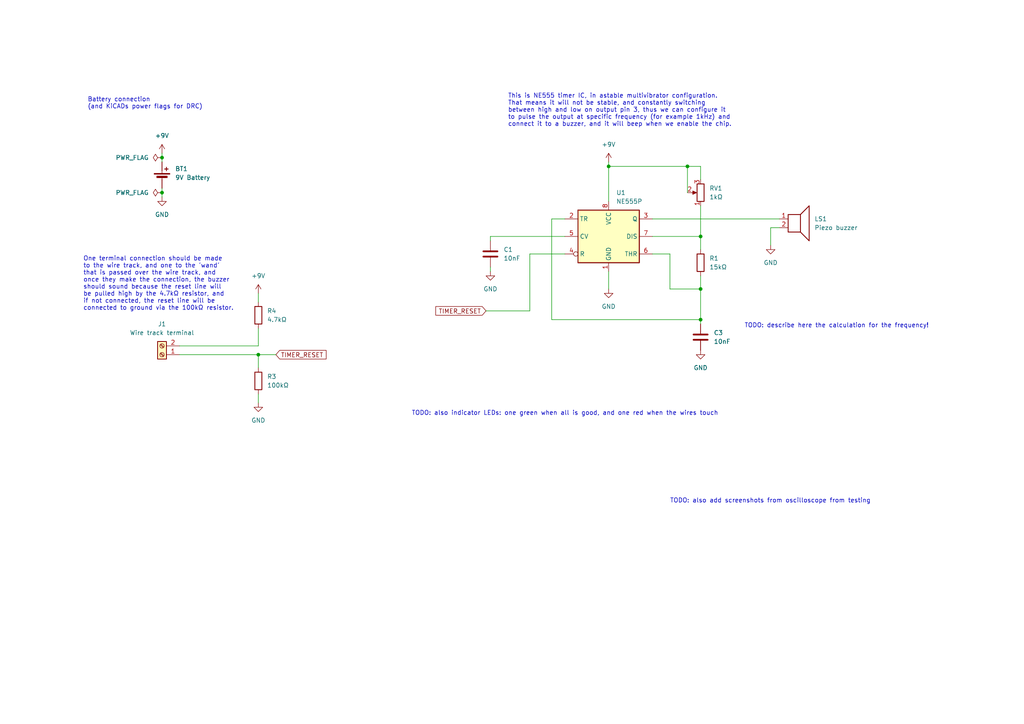
<source format=kicad_sch>
(kicad_sch (version 20230121) (generator eeschema)
  (paper "A4")
  (title_block (title "Buzz Wire Game") (date "2024-02-26") (rev "v1.0") (company "Aleksa Heler"))
  (lib_symbols
    (symbol "Connector:Screw_Terminal_01x02" (pin_names (offset 1.016) hide)
      (property "Reference" "J" (at 0 2.54 0))
      (property "Value" "Screw_Terminal_01x02" (at 0 -5.08 0))
      (symbol "Screw_Terminal_01x02_1_1"
        (rectangle (start -1.27 1.27) (end 1.27 -3.81) (stroke (width 0.254)) (fill (type background)))
        (circle (center 0 -2.54) (radius 0.635) (stroke (width 0.1524)))
        (polyline (pts (xy -0.5334 -2.2098) (xy 0.3302 -3.048)) (stroke (width 0.1524)))
        (polyline (pts (xy -0.5334 0.3302) (xy 0.3302 -0.508)) (stroke (width 0.1524)))
        (polyline (pts (xy -0.3556 -2.032) (xy 0.508 -2.8702)) (stroke (width 0.1524)))
        (polyline (pts (xy -0.3556 0.508) (xy 0.508 -0.3302)) (stroke (width 0.1524)))
        (circle (center 0 0) (radius 0.635) (stroke (width 0.1524)))
        (pin passive line (at -5.08 0 0) (length 3.81) (name "Pin_1") (number "1"))
        (pin passive line (at -5.08 -2.54 0) (length 3.81) (name "Pin_2") (number "2"))
      )
    )
    (symbol "Device:Battery_Cell" (pin_numbers hide) (pin_names (offset 0) hide)
      (property "Reference" "BT" (at 2.54 2.54 0))
      (property "Value" "Battery_Cell" (at 2.54 0 0))
      (symbol "Battery_Cell_0_1"
        (rectangle (start -2.286 1.778) (end 2.286 1.524) (fill (type outline)))
        (rectangle (start -1.524 1.016) (end 1.524 0.508) (fill (type outline)))
        (polyline (pts (xy 0 0.762) (xy 0 0)))
        (polyline (pts (xy 0 1.778) (xy 0 2.54)))
        (polyline (pts (xy 0.762 3.048) (xy 1.778 3.048)) (stroke (width 0.254)))
        (polyline (pts (xy 1.27 3.556) (xy 1.27 2.54)) (stroke (width 0.254)))
      )
      (symbol "Battery_Cell_1_1"
        (pin passive line (at 0 5.08 270) (length 2.54) (name "+") (number "1"))
        (pin passive line (at 0 -2.54 90) (length 2.54) (name "-") (number "2"))
      )
    )
    (symbol "Device:C" (pin_numbers hide) (pin_names (offset 0.254))
      (property "Reference" "C" (at 0.635 2.54 0))
      (property "Value" "C" (at 0.635 -2.54 0))
      (symbol "C_0_1"
        (polyline (pts (xy -2.032 -0.762) (xy 2.032 -0.762)) (stroke (width 0.508)))
        (polyline (pts (xy -2.032 0.762) (xy 2.032 0.762)) (stroke (width 0.508)))
      )
      (symbol "C_1_1"
        (pin passive line (at 0 3.81 270) (length 2.794) (name "~") (number "1"))
        (pin passive line (at 0 -3.81 90) (length 2.794) (name "~") (number "2"))
      )
    )
    (symbol "Device:R" (pin_numbers hide) (pin_names (offset 0))
      (property "Reference" "R" (at 2.032 0 90))
      (property "Value" "R" (at 0 0 90))
      (symbol "R_0_1"
        (rectangle (start -1.016 -2.54) (end 1.016 2.54) (stroke (width 0.254)))
      )
      (symbol "R_1_1"
        (pin passive line (at 0 3.81 270) (length 1.27) (name "~") (number "1"))
        (pin passive line (at 0 -3.81 90) (length 1.27) (name "~") (number "2"))
      )
    )
    (symbol "Device:R_Potentiometer" (pin_names (offset 1.016) hide)
      (property "Reference" "RV" (at -4.445 0 90))
      (property "Value" "R_Potentiometer" (at -2.54 0 90))
      (symbol "R_Potentiometer_0_1"
        (polyline (pts (xy 2.54 0) (xy 1.524 0)))
        (polyline (pts (xy 1.143 0) (xy 2.286 0.508) (xy 2.286 -0.508) (xy 1.143 0)) (fill (type outline)))
        (rectangle (start 1.016 2.54) (end -1.016 -2.54) (stroke (width 0.254)))
      )
      (symbol "R_Potentiometer_1_1"
        (pin passive line (at 0 3.81 270) (length 1.27) (name "1") (number "1"))
        (pin passive line (at 3.81 0 180) (length 1.27) (name "2") (number "2"))
        (pin passive line (at 0 -3.81 90) (length 1.27) (name "3") (number "3"))
      )
    )
    (symbol "Device:Speaker" (pin_names (offset 0) hide)
      (property "Reference" "LS" (at 1.27 5.715 0))
      (property "Value" "Speaker" (at 1.27 3.81 0))
      (symbol "Speaker_0_0"
        (rectangle (start -2.54 1.27) (end 1.016 -3.81) (stroke (width 0.254)))
        (polyline (pts (xy 1.016 1.27) (xy 3.556 3.81) (xy 3.556 -6.35) (xy 1.016 -3.81)) (stroke (width 0.254)))
      )
      (symbol "Speaker_1_1"
        (pin input line (at -5.08 0 0) (length 2.54) (name "1") (number "1"))
        (pin input line (at -5.08 -2.54 0) (length 2.54) (name "2") (number "2"))
      )
    )
    (symbol "Timer:NE555P"
      (property "Reference" "U" (at -10.16 8.89 0))
      (property "Value" "NE555P" (at 2.54 8.89 0))
      (symbol "NE555P_0_0"
        (pin power_in line (at 0 -10.16 90) (length 2.54) (name "GND") (number "1"))
        (pin power_in line (at 0 10.16 270) (length 2.54) (name "VCC") (number "8"))
      )
      (symbol "NE555P_0_1"
        (rectangle (start -8.89 -7.62) (end 8.89 7.62) (stroke (width 0.254)) (fill (type background)))
        (rectangle (start -8.89 -7.62) (end 8.89 7.62) (stroke (width 0.254)) (fill (type background)))
      )
      (symbol "NE555P_1_1"
        (pin input line (at -12.7 5.08 0) (length 3.81) (name "TR") (number "2"))
        (pin output line (at 12.7 5.08 180) (length 3.81) (name "Q") (number "3"))
        (pin input inverted (at -12.7 -5.08 0) (length 3.81) (name "R") (number "4"))
        (pin input line (at -12.7 0 0) (length 3.81) (name "CV") (number "5"))
        (pin input line (at 12.7 -5.08 180) (length 3.81) (name "THR") (number "6"))
        (pin input line (at 12.7 0 180) (length 3.81) (name "DIS") (number "7"))
      )
    )
    (symbol "power:+9V" (power) (pin_names (offset 0))
      (property "Value" "+9V" (at 0 3.556 0))
      (symbol "+9V_0_1"
        (polyline (pts (xy -0.762 1.27) (xy 0 2.54)))
        (polyline (pts (xy 0 0) (xy 0 2.54)))
        (polyline (pts (xy 0 2.54) (xy 0.762 1.27)))
      )
      (symbol "+9V_1_1"
        (pin power_in line (at 0 0 90) (length 0) hide (name "+9V") (number "1"))
      )
    )
    (symbol "power:GND" (power) (pin_names (offset 0))
      (property "Value" "GND" (at 0 -3.81 0))
      (symbol "GND_0_1"
        (polyline (pts (xy 0 0) (xy 0 -1.27) (xy 1.27 -1.27) (xy 0 -2.54) (xy -1.27 -1.27) (xy 0 -1.27)))
      )
      (symbol "GND_1_1"
        (pin power_in line (at 0 0 270) (length 0) hide (name "GND") (number "1"))
      )
    )
    (symbol "power:PWR_FLAG" (power) (pin_numbers hide) (pin_names (offset 0) hide)
      (property "Value" "PWR_FLAG" (at 0 3.81 0))
      (symbol "PWR_FLAG_0_0"
        (pin power_out line (at 0 0 90) (length 0) (name "pwr") (number "1"))
      )
      (symbol "PWR_FLAG_0_1"
        (polyline (pts (xy 0 0) (xy 0 1.27) (xy -1.016 1.905) (xy 0 2.54) (xy 1.016 1.905) (xy 0 1.27)))
      )
    )
  )
  (junction (at 46.99 55.88))
  (junction (at 203.2 68.58))
  (junction (at 74.93 102.87))
  (junction (at 203.2 83.82))
  (junction (at 203.2 92.71))
  (junction (at 46.99 45.72))
  (junction (at 176.53 48.26))
  (junction (at 199.39 48.26))
  (wire (pts (xy 160.02 92.71) (xy 203.2 92.71)))
  (wire (pts (xy 74.93 102.87) (xy 80.01 102.87)))
  (wire (pts (xy 163.83 63.5) (xy 160.02 63.5)))
  (wire (pts (xy 194.31 73.66) (xy 194.31 83.82)))
  (wire (pts (xy 189.23 73.66) (xy 194.31 73.66)))
  (wire (pts (xy 160.02 63.5) (xy 160.02 92.71)))
  (wire (pts (xy 176.53 83.82) (xy 176.53 78.74)))
  (wire (pts (xy 176.53 48.26) (xy 199.39 48.26)))
  (wire (pts (xy 74.93 106.68) (xy 74.93 102.87)))
  (wire (pts (xy 46.99 45.72) (xy 46.99 46.99)))
  (wire (pts (xy 153.67 73.66) (xy 163.83 73.66)))
  (wire (pts (xy 74.93 102.87) (xy 52.07 102.87)))
  (wire (pts (xy 226.06 66.04) (xy 223.52 66.04)))
  (wire (pts (xy 203.2 72.39) (xy 203.2 68.58)))
  (wire (pts (xy 142.24 68.58) (xy 163.83 68.58)))
  (wire (pts (xy 176.53 46.99) (xy 176.53 48.26)))
  (wire (pts (xy 74.93 116.84) (xy 74.93 114.3)))
  (wire (pts (xy 142.24 68.58) (xy 142.24 69.85)))
  (wire (pts (xy 189.23 63.5) (xy 226.06 63.5)))
  (wire (pts (xy 176.53 48.26) (xy 176.53 58.42)))
  (wire (pts (xy 194.31 83.82) (xy 203.2 83.82)))
  (wire (pts (xy 140.97 90.17) (xy 153.67 90.17)))
  (wire (pts (xy 203.2 92.71) (xy 203.2 93.98)))
  (wire (pts (xy 46.99 44.45) (xy 46.99 45.72)))
  (wire (pts (xy 74.93 85.09) (xy 74.93 87.63)))
  (wire (pts (xy 203.2 48.26) (xy 203.2 52.07)))
  (wire (pts (xy 74.93 95.25) (xy 74.93 100.33)))
  (wire (pts (xy 203.2 92.71) (xy 203.2 83.82)))
  (wire (pts (xy 153.67 73.66) (xy 153.67 90.17)))
  (wire (pts (xy 142.24 78.74) (xy 142.24 77.47)))
  (wire (pts (xy 199.39 48.26) (xy 203.2 48.26)))
  (wire (pts (xy 223.52 66.04) (xy 223.52 71.12)))
  (wire (pts (xy 189.23 68.58) (xy 203.2 68.58)))
  (wire (pts (xy 46.99 55.88) (xy 46.99 54.61)))
  (wire (pts (xy 74.93 100.33) (xy 52.07 100.33)))
  (wire (pts (xy 199.39 48.26) (xy 199.39 55.88)))
  (wire (pts (xy 203.2 80.01) (xy 203.2 83.82)))
  (wire (pts (xy 46.99 57.15) (xy 46.99 55.88)))
  (wire (pts (xy 203.2 59.69) (xy 203.2 68.58)))
  (text "One terminal connection should be made \nto the wire track, and one to the 'wand' \nthat is passed over the wire track, and\nonce they make the connection, the buzzer\nshould sound because the reset line will \nbe pulled high by the 4.7kΩ resistor, and\nif not connected, the reset line will be\nconnected to ground via the 100kΩ resistor." (at 24.13 90.17 0) (effects (font (size 1.27 1.27)) (justify left bottom)))
  (text "TODO: also indicator LEDs: one green when all is good, and one red when the wires touch" (at 119.38 120.65 0) (effects (font (size 1.27 1.27)) (justify left bottom)))
  (text "Battery connection\n(and KiCADs power flags for DRC)" (at 25.4 31.75 0) (effects (font (size 1.27 1.27)) (justify left bottom)))
  (text "TODO: also add screenshots from oscilloscope from testing" (at 194.31 146.05 0) (effects (font (size 1.27 1.27)) (justify left bottom)))
  (text "This is NE555 timer IC, in astable multivibrator configuration.\nThat means it will not be stable, and constantly switching\nbetween high and low on output pin 3, thus we can configure it\nto pulse the output at specific frequency (for example 1kHz) and\nconnect it to a buzzer, and it will beep when we enable the chip." (at 147.32 36.83 0) (effects (font (size 1.27 1.27)) (justify left bottom)))
  (text "TODO: describe here the calculation for the frequency!" (at 215.9 95.25 0) (effects (font (size 1.27 1.27)) (justify left bottom)))
  (global_label "TIMER_RESET" (shape input) (at 140.97 90.17 180) (property "Intersheetrefs" "${INTERSHEET_REFS}" (effects hide)))
  (global_label "TIMER_RESET" (shape input) (at 80.01 102.87 0) (property "Intersheetrefs" "${INTERSHEET_REFS}" (effects hide)))
  (symbol (lib_id "power:GND") (at 142.24 78.74 0) (unit 1)
    (property "Reference" "#PWR05" (effects hide))
    (property "Value" "GND" (at 142.24 83.82 0))
  )
  (symbol (lib_id "Device:R_Potentiometer") (at 203.2 55.88 180) (unit 1)
    (property "Reference" "RV1" (at 205.74 54.61 0) (effects (justify right)))
    (property "Value" "1kΩ" (at 205.74 57.15 0) (effects (justify right)))
  )
  (symbol (lib_id "Connector:Screw_Terminal_01x02") (at 46.99 102.87 180) (unit 1)
    (property "Reference" "J1" (at 46.99 93.98 0))
    (property "Value" "Wire track terminal" (at 46.99 96.52 0))
  )
  (symbol (lib_id "Device:C") (at 203.2 97.79 0) (unit 1)
    (property "Reference" "C3" (at 207.01 96.52 0) (effects (justify left)))
    (property "Value" "10nF" (at 207.01 99.06 0) (effects (justify left)))
  )
  (symbol (lib_id "power:PWR_FLAG") (at 46.99 55.88 90) (unit 1)
    (property "Reference" "#FLG_GND01" (effects hide))
    (property "Value" "PWR_FLAG" (at 43.18 55.88 90) (effects (justify left)))
  )
  (symbol (lib_id "Timer:NE555P") (at 176.53 68.58 0) (unit 1)
    (property "Reference" "U1" (at 178.7241 55.88 0) (effects (justify left)))
    (property "Value" "NE555P" (at 178.7241 58.42 0) (effects (justify left)))
    (property "Footprint" "Package_DIP:DIP-8_W7.62mm" (effects hide))
    (property "Datasheet" "http://www.ti.com/lit/ds/symlink/ne555.pdf" (effects hide))
  )
  (symbol (lib_id "Device:C") (at 142.24 73.66 0) (unit 1)
    (property "Reference" "C1" (at 146.05 72.39 0) (effects (justify left)))
    (property "Value" "10nF" (at 146.05 74.93 0) (effects (justify left)))
  )
  (symbol (lib_id "Device:R") (at 203.2 76.2 0) (unit 1)
    (property "Reference" "R1" (at 205.74 74.93 0) (effects (justify left)))
    (property "Value" "15kΩ" (at 205.74 77.47 0) (effects (justify left)))
    (property "Footprint" "Resistor_THT:R_Axial_DIN0207_L6.3mm_D2.5mm_P7.62mm_Horizontal" (effects hide))
  )
  (symbol (lib_id "Device:R") (at 74.93 110.49 180) (unit 1)
    (property "Reference" "R3" (at 77.47 109.22 0) (effects (justify right)))
    (property "Value" "100kΩ" (at 77.47 111.76 0) (effects (justify right)))
    (property "Footprint" "Resistor_THT:R_Axial_DIN0207_L6.3mm_D2.5mm_P7.62mm_Horizontal" (effects hide))
  )
  (symbol (lib_id "power:+9V") (at 46.99 44.45 0) (unit 1)
    (property "Reference" "#PWR02" (effects hide))
    (property "Value" "+9V" (at 46.99 39.37 0))
  )
  (symbol (lib_id "power:GND") (at 223.52 71.12 0) (unit 1)
    (property "Reference" "#PWR03" (effects hide))
    (property "Value" "GND" (at 223.52 76.2 0))
  )
  (symbol (lib_id "power:+9V") (at 176.53 46.99 0) (unit 1)
    (property "Reference" "#PWR01" (effects hide))
    (property "Value" "+9V" (at 176.53 41.91 0))
  )
  (symbol (lib_id "power:GND") (at 176.53 83.82 0) (unit 1)
    (property "Reference" "#PWR06" (effects hide))
    (property "Value" "GND" (at 176.53 88.9 0))
  )
  (symbol (lib_id "Device:Battery_Cell") (at 46.99 52.07 0) (unit 1)
    (property "Reference" "BT1" (at 50.8 48.9585 0) (effects (justify left)))
    (property "Value" "9V Battery" (at 50.8 51.4985 0) (effects (justify left)))
  )
  (symbol (lib_id "power:GND") (at 203.2 101.6 0) (unit 1)
    (property "Reference" "#PWR07" (effects hide))
    (property "Value" "GND" (at 203.2 106.68 0))
  )
  (symbol (lib_id "Device:Speaker") (at 231.14 63.5 0) (unit 1)
    (property "Reference" "LS1" (at 236.22 63.5 0) (effects (justify left)))
    (property "Value" "Piezo buzzer" (at 236.22 66.04 0) (effects (justify left)))
  )
  (symbol (lib_id "power:PWR_FLAG") (at 46.99 45.72 90) (unit 1)
    (property "Reference" "#FLG_BATT01" (effects hide))
    (property "Value" "PWR_FLAG" (at 43.18 45.72 90) (effects (justify left)))
  )
  (symbol (lib_id "power:GND") (at 46.99 57.15 0) (unit 1)
    (property "Reference" "#PWR04" (effects hide))
    (property "Value" "GND" (at 46.99 62.23 0))
  )
  (symbol (lib_id "Device:R") (at 74.93 91.44 180) (unit 1)
    (property "Reference" "R4" (at 77.47 90.17 0) (effects (justify right)))
    (property "Value" "4.7kΩ" (at 77.47 92.71 0) (effects (justify right)))
    (property "Footprint" "Resistor_THT:R_Axial_DIN0207_L6.3mm_D2.5mm_P7.62mm_Horizontal" (effects hide))
  )
  (symbol (lib_id "power:GND") (at 74.93 116.84 0) (unit 1)
    (property "Reference" "#PWR08" (effects hide))
    (property "Value" "GND" (at 74.93 121.92 0))
  )
  (symbol (lib_id "power:+9V") (at 74.93 85.09 0) (unit 1)
    (property "Reference" "#PWR09" (effects hide))
    (property "Value" "+9V" (at 74.93 80.01 0))
  )
)
</source>
